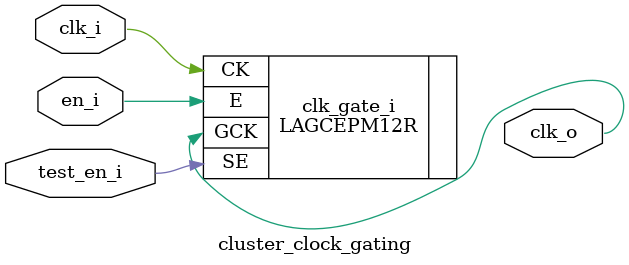
<source format=sv>
/* Copyright (C) 2017 ETH Zurich, University of Bologna
 * All rights reserved.
 *
 * This code is under development and not yet released to the public.
 * Until it is released, the code is under the copyright of ETH Zurich and
 * the University of Bologna, and may contain confidential and/or unpublished 
 * work. Any reuse/redistribution is strictly forbidden without written
 * permission from ETH Zurich.
 *
 * Bug fixes and contributions will eventually be released under the
 * SolderPad open hardware license in the context of the PULP platform
 * (http://www.pulp-platform.org), under the copyright of ETH Zurich and the
 * University of Bologna.
 */

// Regular VT
// LAGCEPM2R, LAGCEPM3R, LAGCEPM4R
// LAGCEPM6R, LAGCEPM8R
// LAGCEPM12R, LAGCEPM16R
// LAGCEPM20R

// Low VT
// LAGCEPM2W, LAGCEPM3W, LAGCEPM4W
// LAGCEPM6W, LAGCEPM8W
// LAGCEPM12W, LAGCEPM16W
// LAGCEPM20W

// High VT
// LAGCEPM2S, LAGCEPM3S, LAGCEPM4S
// LAGCEPM6S, LAGCEPM8S
// LAGCEPM12S, LAGCEPM16S
// LAGCEPM20S

`include "ulpsoc_defines.sv"

module cluster_clock_gating
(
    input  logic clk_i,
    input  logic en_i,
    input  logic test_en_i,
    output logic clk_o
);

    LAGCEPM12R  clk_gate_i
    (
        .GCK(clk_o),
        .CK(clk_i),
        .E(en_i),
        .SE(test_en_i)
    );

endmodule

</source>
